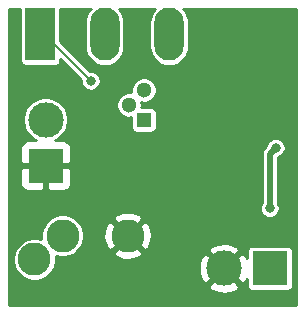
<source format=gbr>
G04 #@! TF.GenerationSoftware,KiCad,Pcbnew,(5.1.0)-1*
G04 #@! TF.CreationDate,2020-12-02T22:17:39+02:00*
G04 #@! TF.ProjectId,Single_transistor_AMP,53696e67-6c65-45f7-9472-616e73697374,V1.0*
G04 #@! TF.SameCoordinates,Original*
G04 #@! TF.FileFunction,Copper,L2,Bot*
G04 #@! TF.FilePolarity,Positive*
%FSLAX46Y46*%
G04 Gerber Fmt 4.6, Leading zero omitted, Abs format (unit mm)*
G04 Created by KiCad (PCBNEW (5.1.0)-1) date 2020-12-02 22:17:39*
%MOMM*%
%LPD*%
G04 APERTURE LIST*
%ADD10O,2.500000X4.500000*%
%ADD11R,2.500000X4.500000*%
%ADD12R,1.300000X1.300000*%
%ADD13C,1.300000*%
%ADD14C,3.000000*%
%ADD15R,3.000000X3.000000*%
%ADD16C,2.800000*%
%ADD17C,0.800000*%
%ADD18C,0.500000*%
%ADD19C,0.200000*%
%ADD20C,0.254000*%
G04 APERTURE END LIST*
D10*
X114024000Y-111633000D03*
X108574000Y-111633000D03*
D11*
X103124000Y-111633000D03*
D12*
X111887000Y-118872000D03*
D13*
X111887000Y-116332000D03*
X110617000Y-117602000D03*
D14*
X118675000Y-131445000D03*
D15*
X122555000Y-131445000D03*
D16*
X110516000Y-128683000D03*
X105016000Y-128683000D03*
X102616000Y-130683000D03*
D15*
X103568500Y-122745500D03*
D14*
X103568500Y-118865500D03*
D17*
X114782500Y-120015000D03*
X114782500Y-116205000D03*
X122555000Y-126365000D03*
X123063000Y-121221500D03*
X107404000Y-115570000D03*
D18*
X122555000Y-126365000D02*
X122555000Y-121729500D01*
X122555000Y-121729500D02*
X123063000Y-121221500D01*
D19*
X103467000Y-111633000D02*
X103124000Y-111633000D01*
X107404000Y-115570000D02*
X103467000Y-111633000D01*
D20*
G36*
X101444934Y-113883000D02*
G01*
X101453178Y-113966707D01*
X101477595Y-114047196D01*
X101517245Y-114121376D01*
X101570605Y-114186395D01*
X101635624Y-114239755D01*
X101709804Y-114279405D01*
X101790293Y-114303822D01*
X101874000Y-114312066D01*
X104374000Y-114312066D01*
X104457707Y-114303822D01*
X104538196Y-114279405D01*
X104612376Y-114239755D01*
X104677395Y-114186395D01*
X104730755Y-114121376D01*
X104770405Y-114047196D01*
X104794822Y-113966707D01*
X104803066Y-113883000D01*
X104803066Y-113714356D01*
X106577043Y-115488333D01*
X106577000Y-115488548D01*
X106577000Y-115651452D01*
X106608782Y-115811227D01*
X106671123Y-115961731D01*
X106761628Y-116097181D01*
X106876819Y-116212372D01*
X107012269Y-116302877D01*
X107162773Y-116365218D01*
X107322548Y-116397000D01*
X107485452Y-116397000D01*
X107645227Y-116365218D01*
X107795731Y-116302877D01*
X107931181Y-116212372D01*
X108046372Y-116097181D01*
X108136877Y-115961731D01*
X108199218Y-115811227D01*
X108231000Y-115651452D01*
X108231000Y-115488548D01*
X108199218Y-115328773D01*
X108136877Y-115178269D01*
X108046372Y-115042819D01*
X107931181Y-114927628D01*
X107795731Y-114837123D01*
X107645227Y-114774782D01*
X107485452Y-114743000D01*
X107322548Y-114743000D01*
X107322333Y-114743043D01*
X104803066Y-112223777D01*
X104803066Y-109452000D01*
X107373781Y-109452000D01*
X107172879Y-109696802D01*
X107017158Y-109988136D01*
X106921265Y-110304252D01*
X106897000Y-110550618D01*
X106897001Y-112715383D01*
X106921266Y-112961749D01*
X107017159Y-113277865D01*
X107172880Y-113569199D01*
X107382445Y-113824556D01*
X107637802Y-114034121D01*
X107929136Y-114189842D01*
X108245252Y-114285735D01*
X108574000Y-114318114D01*
X108902749Y-114285735D01*
X109218865Y-114189842D01*
X109510199Y-114034121D01*
X109765556Y-113824556D01*
X109975121Y-113569199D01*
X110130842Y-113277865D01*
X110226735Y-112961749D01*
X110251000Y-112715383D01*
X110251000Y-110550617D01*
X110226735Y-110304251D01*
X110130842Y-109988135D01*
X109975121Y-109696801D01*
X109774219Y-109452000D01*
X112823781Y-109452000D01*
X112622879Y-109696802D01*
X112467158Y-109988136D01*
X112371265Y-110304252D01*
X112347000Y-110550618D01*
X112347001Y-112715383D01*
X112371266Y-112961749D01*
X112467159Y-113277865D01*
X112622880Y-113569199D01*
X112832445Y-113824556D01*
X113087802Y-114034121D01*
X113379136Y-114189842D01*
X113695252Y-114285735D01*
X114024000Y-114318114D01*
X114352749Y-114285735D01*
X114668865Y-114189842D01*
X114960199Y-114034121D01*
X115215556Y-113824556D01*
X115425121Y-113569199D01*
X115580842Y-113277865D01*
X115676735Y-112961749D01*
X115701000Y-112715383D01*
X115701000Y-110550617D01*
X115676735Y-110304251D01*
X115580842Y-109988135D01*
X115425121Y-109696801D01*
X115224219Y-109452000D01*
X124748000Y-109452000D01*
X124748001Y-134548000D01*
X100452000Y-134548000D01*
X100452000Y-132936653D01*
X117362952Y-132936653D01*
X117518962Y-133252214D01*
X117893745Y-133443020D01*
X118298551Y-133557044D01*
X118717824Y-133589902D01*
X119135451Y-133540334D01*
X119535383Y-133410243D01*
X119831038Y-133252214D01*
X119987048Y-132936653D01*
X118675000Y-131624605D01*
X117362952Y-132936653D01*
X100452000Y-132936653D01*
X100452000Y-130503056D01*
X100789000Y-130503056D01*
X100789000Y-130862944D01*
X100859211Y-131215916D01*
X100996934Y-131548409D01*
X101196876Y-131847645D01*
X101451355Y-132102124D01*
X101750591Y-132302066D01*
X102083084Y-132439789D01*
X102436056Y-132510000D01*
X102795944Y-132510000D01*
X103148916Y-132439789D01*
X103481409Y-132302066D01*
X103780645Y-132102124D01*
X104035124Y-131847645D01*
X104235066Y-131548409D01*
X104260161Y-131487824D01*
X116530098Y-131487824D01*
X116579666Y-131905451D01*
X116709757Y-132305383D01*
X116867786Y-132601038D01*
X117183347Y-132757048D01*
X118495395Y-131445000D01*
X118854605Y-131445000D01*
X120166653Y-132757048D01*
X120482214Y-132601038D01*
X120625934Y-132318742D01*
X120625934Y-132945000D01*
X120634178Y-133028707D01*
X120658595Y-133109196D01*
X120698245Y-133183376D01*
X120751605Y-133248395D01*
X120816624Y-133301755D01*
X120890804Y-133341405D01*
X120971293Y-133365822D01*
X121055000Y-133374066D01*
X124055000Y-133374066D01*
X124138707Y-133365822D01*
X124219196Y-133341405D01*
X124293376Y-133301755D01*
X124358395Y-133248395D01*
X124411755Y-133183376D01*
X124451405Y-133109196D01*
X124475822Y-133028707D01*
X124484066Y-132945000D01*
X124484066Y-129945000D01*
X124475822Y-129861293D01*
X124451405Y-129780804D01*
X124411755Y-129706624D01*
X124358395Y-129641605D01*
X124293376Y-129588245D01*
X124219196Y-129548595D01*
X124138707Y-129524178D01*
X124055000Y-129515934D01*
X121055000Y-129515934D01*
X120971293Y-129524178D01*
X120890804Y-129548595D01*
X120816624Y-129588245D01*
X120751605Y-129641605D01*
X120698245Y-129706624D01*
X120658595Y-129780804D01*
X120634178Y-129861293D01*
X120625934Y-129945000D01*
X120625934Y-130557846D01*
X120482214Y-130288962D01*
X120166653Y-130132952D01*
X118854605Y-131445000D01*
X118495395Y-131445000D01*
X117183347Y-130132952D01*
X116867786Y-130288962D01*
X116676980Y-130663745D01*
X116562956Y-131068551D01*
X116530098Y-131487824D01*
X104260161Y-131487824D01*
X104372789Y-131215916D01*
X104443000Y-130862944D01*
X104443000Y-130503056D01*
X104425686Y-130416014D01*
X104483084Y-130439789D01*
X104836056Y-130510000D01*
X105195944Y-130510000D01*
X105548916Y-130439789D01*
X105881409Y-130302066D01*
X106178664Y-130103447D01*
X109275158Y-130103447D01*
X109419135Y-130408770D01*
X109776892Y-130589597D01*
X110163053Y-130697155D01*
X110562777Y-130727310D01*
X110960704Y-130678904D01*
X111341540Y-130553795D01*
X111612865Y-130408770D01*
X111756842Y-130103447D01*
X111606742Y-129953347D01*
X117362952Y-129953347D01*
X118675000Y-131265395D01*
X119987048Y-129953347D01*
X119831038Y-129637786D01*
X119456255Y-129446980D01*
X119051449Y-129332956D01*
X118632176Y-129300098D01*
X118214549Y-129349666D01*
X117814617Y-129479757D01*
X117518962Y-129637786D01*
X117362952Y-129953347D01*
X111606742Y-129953347D01*
X110516000Y-128862605D01*
X109275158Y-130103447D01*
X106178664Y-130103447D01*
X106180645Y-130102124D01*
X106435124Y-129847645D01*
X106635066Y-129548409D01*
X106772789Y-129215916D01*
X106843000Y-128862944D01*
X106843000Y-128729777D01*
X108471690Y-128729777D01*
X108520096Y-129127704D01*
X108645205Y-129508540D01*
X108790230Y-129779865D01*
X109095553Y-129923842D01*
X110336395Y-128683000D01*
X110695605Y-128683000D01*
X111936447Y-129923842D01*
X112241770Y-129779865D01*
X112422597Y-129422108D01*
X112530155Y-129035947D01*
X112560310Y-128636223D01*
X112511904Y-128238296D01*
X112386795Y-127857460D01*
X112241770Y-127586135D01*
X111936447Y-127442158D01*
X110695605Y-128683000D01*
X110336395Y-128683000D01*
X109095553Y-127442158D01*
X108790230Y-127586135D01*
X108609403Y-127943892D01*
X108501845Y-128330053D01*
X108471690Y-128729777D01*
X106843000Y-128729777D01*
X106843000Y-128503056D01*
X106772789Y-128150084D01*
X106635066Y-127817591D01*
X106435124Y-127518355D01*
X106180645Y-127263876D01*
X106178665Y-127262553D01*
X109275158Y-127262553D01*
X110516000Y-128503395D01*
X111756842Y-127262553D01*
X111612865Y-126957230D01*
X111255108Y-126776403D01*
X110868947Y-126668845D01*
X110469223Y-126638690D01*
X110071296Y-126687096D01*
X109690460Y-126812205D01*
X109419135Y-126957230D01*
X109275158Y-127262553D01*
X106178665Y-127262553D01*
X105881409Y-127063934D01*
X105548916Y-126926211D01*
X105195944Y-126856000D01*
X104836056Y-126856000D01*
X104483084Y-126926211D01*
X104150591Y-127063934D01*
X103851355Y-127263876D01*
X103596876Y-127518355D01*
X103396934Y-127817591D01*
X103259211Y-128150084D01*
X103189000Y-128503056D01*
X103189000Y-128862944D01*
X103206314Y-128949986D01*
X103148916Y-128926211D01*
X102795944Y-128856000D01*
X102436056Y-128856000D01*
X102083084Y-128926211D01*
X101750591Y-129063934D01*
X101451355Y-129263876D01*
X101196876Y-129518355D01*
X100996934Y-129817591D01*
X100859211Y-130150084D01*
X100789000Y-130503056D01*
X100452000Y-130503056D01*
X100452000Y-126283548D01*
X121728000Y-126283548D01*
X121728000Y-126446452D01*
X121759782Y-126606227D01*
X121822123Y-126756731D01*
X121912628Y-126892181D01*
X122027819Y-127007372D01*
X122163269Y-127097877D01*
X122313773Y-127160218D01*
X122473548Y-127192000D01*
X122636452Y-127192000D01*
X122796227Y-127160218D01*
X122946731Y-127097877D01*
X123082181Y-127007372D01*
X123197372Y-126892181D01*
X123287877Y-126756731D01*
X123350218Y-126606227D01*
X123382000Y-126446452D01*
X123382000Y-126283548D01*
X123350218Y-126123773D01*
X123287877Y-125973269D01*
X123232000Y-125889643D01*
X123232000Y-122031085D01*
X123304227Y-122016718D01*
X123454731Y-121954377D01*
X123590181Y-121863872D01*
X123705372Y-121748681D01*
X123795877Y-121613231D01*
X123858218Y-121462727D01*
X123890000Y-121302952D01*
X123890000Y-121140048D01*
X123858218Y-120980273D01*
X123795877Y-120829769D01*
X123705372Y-120694319D01*
X123590181Y-120579128D01*
X123454731Y-120488623D01*
X123304227Y-120426282D01*
X123144452Y-120394500D01*
X122981548Y-120394500D01*
X122821773Y-120426282D01*
X122671269Y-120488623D01*
X122535819Y-120579128D01*
X122420628Y-120694319D01*
X122330123Y-120829769D01*
X122267782Y-120980273D01*
X122248160Y-121078918D01*
X122099800Y-121227278D01*
X122073974Y-121248473D01*
X122052779Y-121274299D01*
X122052776Y-121274302D01*
X121989372Y-121351560D01*
X121926508Y-121469171D01*
X121887796Y-121596786D01*
X121874726Y-121729500D01*
X121878001Y-121762755D01*
X121878000Y-125889643D01*
X121822123Y-125973269D01*
X121759782Y-126123773D01*
X121728000Y-126283548D01*
X100452000Y-126283548D01*
X100452000Y-124245500D01*
X101430428Y-124245500D01*
X101442688Y-124369982D01*
X101478998Y-124489680D01*
X101537963Y-124599994D01*
X101617315Y-124696685D01*
X101714006Y-124776037D01*
X101824320Y-124835002D01*
X101944018Y-124871312D01*
X102068500Y-124883572D01*
X103282750Y-124880500D01*
X103441500Y-124721750D01*
X103441500Y-122872500D01*
X103695500Y-122872500D01*
X103695500Y-124721750D01*
X103854250Y-124880500D01*
X105068500Y-124883572D01*
X105192982Y-124871312D01*
X105312680Y-124835002D01*
X105422994Y-124776037D01*
X105519685Y-124696685D01*
X105599037Y-124599994D01*
X105658002Y-124489680D01*
X105694312Y-124369982D01*
X105706572Y-124245500D01*
X105703500Y-123031250D01*
X105544750Y-122872500D01*
X103695500Y-122872500D01*
X103441500Y-122872500D01*
X101592250Y-122872500D01*
X101433500Y-123031250D01*
X101430428Y-124245500D01*
X100452000Y-124245500D01*
X100452000Y-121245500D01*
X101430428Y-121245500D01*
X101433500Y-122459750D01*
X101592250Y-122618500D01*
X103441500Y-122618500D01*
X103441500Y-122598500D01*
X103695500Y-122598500D01*
X103695500Y-122618500D01*
X105544750Y-122618500D01*
X105703500Y-122459750D01*
X105706572Y-121245500D01*
X105694312Y-121121018D01*
X105658002Y-121001320D01*
X105599037Y-120891006D01*
X105519685Y-120794315D01*
X105422994Y-120714963D01*
X105312680Y-120655998D01*
X105192982Y-120619688D01*
X105068500Y-120607428D01*
X104394491Y-120609133D01*
X104481277Y-120573185D01*
X104796891Y-120362299D01*
X105065299Y-120093891D01*
X105276185Y-119778277D01*
X105421447Y-119427585D01*
X105495500Y-119055293D01*
X105495500Y-118675707D01*
X105421447Y-118303415D01*
X105276185Y-117952723D01*
X105065299Y-117637109D01*
X104924115Y-117495925D01*
X109540000Y-117495925D01*
X109540000Y-117708075D01*
X109581389Y-117916149D01*
X109662575Y-118112151D01*
X109780440Y-118288547D01*
X109930453Y-118438560D01*
X110106849Y-118556425D01*
X110302851Y-118637611D01*
X110510925Y-118679000D01*
X110723075Y-118679000D01*
X110807934Y-118662120D01*
X110807934Y-119522000D01*
X110816178Y-119605707D01*
X110840595Y-119686196D01*
X110880245Y-119760376D01*
X110933605Y-119825395D01*
X110998624Y-119878755D01*
X111072804Y-119918405D01*
X111153293Y-119942822D01*
X111237000Y-119951066D01*
X112537000Y-119951066D01*
X112620707Y-119942822D01*
X112701196Y-119918405D01*
X112775376Y-119878755D01*
X112840395Y-119825395D01*
X112893755Y-119760376D01*
X112933405Y-119686196D01*
X112957822Y-119605707D01*
X112966066Y-119522000D01*
X112966066Y-118222000D01*
X112957822Y-118138293D01*
X112933405Y-118057804D01*
X112893755Y-117983624D01*
X112840395Y-117918605D01*
X112775376Y-117865245D01*
X112701196Y-117825595D01*
X112620707Y-117801178D01*
X112537000Y-117792934D01*
X111677120Y-117792934D01*
X111694000Y-117708075D01*
X111694000Y-117495925D01*
X111672416Y-117387416D01*
X111780925Y-117409000D01*
X111993075Y-117409000D01*
X112201149Y-117367611D01*
X112397151Y-117286425D01*
X112573547Y-117168560D01*
X112723560Y-117018547D01*
X112841425Y-116842151D01*
X112922611Y-116646149D01*
X112964000Y-116438075D01*
X112964000Y-116225925D01*
X112922611Y-116017851D01*
X112841425Y-115821849D01*
X112723560Y-115645453D01*
X112573547Y-115495440D01*
X112397151Y-115377575D01*
X112201149Y-115296389D01*
X111993075Y-115255000D01*
X111780925Y-115255000D01*
X111572851Y-115296389D01*
X111376849Y-115377575D01*
X111200453Y-115495440D01*
X111050440Y-115645453D01*
X110932575Y-115821849D01*
X110851389Y-116017851D01*
X110810000Y-116225925D01*
X110810000Y-116438075D01*
X110831584Y-116546584D01*
X110723075Y-116525000D01*
X110510925Y-116525000D01*
X110302851Y-116566389D01*
X110106849Y-116647575D01*
X109930453Y-116765440D01*
X109780440Y-116915453D01*
X109662575Y-117091849D01*
X109581389Y-117287851D01*
X109540000Y-117495925D01*
X104924115Y-117495925D01*
X104796891Y-117368701D01*
X104481277Y-117157815D01*
X104130585Y-117012553D01*
X103758293Y-116938500D01*
X103378707Y-116938500D01*
X103006415Y-117012553D01*
X102655723Y-117157815D01*
X102340109Y-117368701D01*
X102071701Y-117637109D01*
X101860815Y-117952723D01*
X101715553Y-118303415D01*
X101641500Y-118675707D01*
X101641500Y-119055293D01*
X101715553Y-119427585D01*
X101860815Y-119778277D01*
X102071701Y-120093891D01*
X102340109Y-120362299D01*
X102655723Y-120573185D01*
X102742509Y-120609133D01*
X102068500Y-120607428D01*
X101944018Y-120619688D01*
X101824320Y-120655998D01*
X101714006Y-120714963D01*
X101617315Y-120794315D01*
X101537963Y-120891006D01*
X101478998Y-121001320D01*
X101442688Y-121121018D01*
X101430428Y-121245500D01*
X100452000Y-121245500D01*
X100452000Y-109452000D01*
X101444934Y-109452000D01*
X101444934Y-113883000D01*
X101444934Y-113883000D01*
G37*
X101444934Y-113883000D02*
X101453178Y-113966707D01*
X101477595Y-114047196D01*
X101517245Y-114121376D01*
X101570605Y-114186395D01*
X101635624Y-114239755D01*
X101709804Y-114279405D01*
X101790293Y-114303822D01*
X101874000Y-114312066D01*
X104374000Y-114312066D01*
X104457707Y-114303822D01*
X104538196Y-114279405D01*
X104612376Y-114239755D01*
X104677395Y-114186395D01*
X104730755Y-114121376D01*
X104770405Y-114047196D01*
X104794822Y-113966707D01*
X104803066Y-113883000D01*
X104803066Y-113714356D01*
X106577043Y-115488333D01*
X106577000Y-115488548D01*
X106577000Y-115651452D01*
X106608782Y-115811227D01*
X106671123Y-115961731D01*
X106761628Y-116097181D01*
X106876819Y-116212372D01*
X107012269Y-116302877D01*
X107162773Y-116365218D01*
X107322548Y-116397000D01*
X107485452Y-116397000D01*
X107645227Y-116365218D01*
X107795731Y-116302877D01*
X107931181Y-116212372D01*
X108046372Y-116097181D01*
X108136877Y-115961731D01*
X108199218Y-115811227D01*
X108231000Y-115651452D01*
X108231000Y-115488548D01*
X108199218Y-115328773D01*
X108136877Y-115178269D01*
X108046372Y-115042819D01*
X107931181Y-114927628D01*
X107795731Y-114837123D01*
X107645227Y-114774782D01*
X107485452Y-114743000D01*
X107322548Y-114743000D01*
X107322333Y-114743043D01*
X104803066Y-112223777D01*
X104803066Y-109452000D01*
X107373781Y-109452000D01*
X107172879Y-109696802D01*
X107017158Y-109988136D01*
X106921265Y-110304252D01*
X106897000Y-110550618D01*
X106897001Y-112715383D01*
X106921266Y-112961749D01*
X107017159Y-113277865D01*
X107172880Y-113569199D01*
X107382445Y-113824556D01*
X107637802Y-114034121D01*
X107929136Y-114189842D01*
X108245252Y-114285735D01*
X108574000Y-114318114D01*
X108902749Y-114285735D01*
X109218865Y-114189842D01*
X109510199Y-114034121D01*
X109765556Y-113824556D01*
X109975121Y-113569199D01*
X110130842Y-113277865D01*
X110226735Y-112961749D01*
X110251000Y-112715383D01*
X110251000Y-110550617D01*
X110226735Y-110304251D01*
X110130842Y-109988135D01*
X109975121Y-109696801D01*
X109774219Y-109452000D01*
X112823781Y-109452000D01*
X112622879Y-109696802D01*
X112467158Y-109988136D01*
X112371265Y-110304252D01*
X112347000Y-110550618D01*
X112347001Y-112715383D01*
X112371266Y-112961749D01*
X112467159Y-113277865D01*
X112622880Y-113569199D01*
X112832445Y-113824556D01*
X113087802Y-114034121D01*
X113379136Y-114189842D01*
X113695252Y-114285735D01*
X114024000Y-114318114D01*
X114352749Y-114285735D01*
X114668865Y-114189842D01*
X114960199Y-114034121D01*
X115215556Y-113824556D01*
X115425121Y-113569199D01*
X115580842Y-113277865D01*
X115676735Y-112961749D01*
X115701000Y-112715383D01*
X115701000Y-110550617D01*
X115676735Y-110304251D01*
X115580842Y-109988135D01*
X115425121Y-109696801D01*
X115224219Y-109452000D01*
X124748000Y-109452000D01*
X124748001Y-134548000D01*
X100452000Y-134548000D01*
X100452000Y-132936653D01*
X117362952Y-132936653D01*
X117518962Y-133252214D01*
X117893745Y-133443020D01*
X118298551Y-133557044D01*
X118717824Y-133589902D01*
X119135451Y-133540334D01*
X119535383Y-133410243D01*
X119831038Y-133252214D01*
X119987048Y-132936653D01*
X118675000Y-131624605D01*
X117362952Y-132936653D01*
X100452000Y-132936653D01*
X100452000Y-130503056D01*
X100789000Y-130503056D01*
X100789000Y-130862944D01*
X100859211Y-131215916D01*
X100996934Y-131548409D01*
X101196876Y-131847645D01*
X101451355Y-132102124D01*
X101750591Y-132302066D01*
X102083084Y-132439789D01*
X102436056Y-132510000D01*
X102795944Y-132510000D01*
X103148916Y-132439789D01*
X103481409Y-132302066D01*
X103780645Y-132102124D01*
X104035124Y-131847645D01*
X104235066Y-131548409D01*
X104260161Y-131487824D01*
X116530098Y-131487824D01*
X116579666Y-131905451D01*
X116709757Y-132305383D01*
X116867786Y-132601038D01*
X117183347Y-132757048D01*
X118495395Y-131445000D01*
X118854605Y-131445000D01*
X120166653Y-132757048D01*
X120482214Y-132601038D01*
X120625934Y-132318742D01*
X120625934Y-132945000D01*
X120634178Y-133028707D01*
X120658595Y-133109196D01*
X120698245Y-133183376D01*
X120751605Y-133248395D01*
X120816624Y-133301755D01*
X120890804Y-133341405D01*
X120971293Y-133365822D01*
X121055000Y-133374066D01*
X124055000Y-133374066D01*
X124138707Y-133365822D01*
X124219196Y-133341405D01*
X124293376Y-133301755D01*
X124358395Y-133248395D01*
X124411755Y-133183376D01*
X124451405Y-133109196D01*
X124475822Y-133028707D01*
X124484066Y-132945000D01*
X124484066Y-129945000D01*
X124475822Y-129861293D01*
X124451405Y-129780804D01*
X124411755Y-129706624D01*
X124358395Y-129641605D01*
X124293376Y-129588245D01*
X124219196Y-129548595D01*
X124138707Y-129524178D01*
X124055000Y-129515934D01*
X121055000Y-129515934D01*
X120971293Y-129524178D01*
X120890804Y-129548595D01*
X120816624Y-129588245D01*
X120751605Y-129641605D01*
X120698245Y-129706624D01*
X120658595Y-129780804D01*
X120634178Y-129861293D01*
X120625934Y-129945000D01*
X120625934Y-130557846D01*
X120482214Y-130288962D01*
X120166653Y-130132952D01*
X118854605Y-131445000D01*
X118495395Y-131445000D01*
X117183347Y-130132952D01*
X116867786Y-130288962D01*
X116676980Y-130663745D01*
X116562956Y-131068551D01*
X116530098Y-131487824D01*
X104260161Y-131487824D01*
X104372789Y-131215916D01*
X104443000Y-130862944D01*
X104443000Y-130503056D01*
X104425686Y-130416014D01*
X104483084Y-130439789D01*
X104836056Y-130510000D01*
X105195944Y-130510000D01*
X105548916Y-130439789D01*
X105881409Y-130302066D01*
X106178664Y-130103447D01*
X109275158Y-130103447D01*
X109419135Y-130408770D01*
X109776892Y-130589597D01*
X110163053Y-130697155D01*
X110562777Y-130727310D01*
X110960704Y-130678904D01*
X111341540Y-130553795D01*
X111612865Y-130408770D01*
X111756842Y-130103447D01*
X111606742Y-129953347D01*
X117362952Y-129953347D01*
X118675000Y-131265395D01*
X119987048Y-129953347D01*
X119831038Y-129637786D01*
X119456255Y-129446980D01*
X119051449Y-129332956D01*
X118632176Y-129300098D01*
X118214549Y-129349666D01*
X117814617Y-129479757D01*
X117518962Y-129637786D01*
X117362952Y-129953347D01*
X111606742Y-129953347D01*
X110516000Y-128862605D01*
X109275158Y-130103447D01*
X106178664Y-130103447D01*
X106180645Y-130102124D01*
X106435124Y-129847645D01*
X106635066Y-129548409D01*
X106772789Y-129215916D01*
X106843000Y-128862944D01*
X106843000Y-128729777D01*
X108471690Y-128729777D01*
X108520096Y-129127704D01*
X108645205Y-129508540D01*
X108790230Y-129779865D01*
X109095553Y-129923842D01*
X110336395Y-128683000D01*
X110695605Y-128683000D01*
X111936447Y-129923842D01*
X112241770Y-129779865D01*
X112422597Y-129422108D01*
X112530155Y-129035947D01*
X112560310Y-128636223D01*
X112511904Y-128238296D01*
X112386795Y-127857460D01*
X112241770Y-127586135D01*
X111936447Y-127442158D01*
X110695605Y-128683000D01*
X110336395Y-128683000D01*
X109095553Y-127442158D01*
X108790230Y-127586135D01*
X108609403Y-127943892D01*
X108501845Y-128330053D01*
X108471690Y-128729777D01*
X106843000Y-128729777D01*
X106843000Y-128503056D01*
X106772789Y-128150084D01*
X106635066Y-127817591D01*
X106435124Y-127518355D01*
X106180645Y-127263876D01*
X106178665Y-127262553D01*
X109275158Y-127262553D01*
X110516000Y-128503395D01*
X111756842Y-127262553D01*
X111612865Y-126957230D01*
X111255108Y-126776403D01*
X110868947Y-126668845D01*
X110469223Y-126638690D01*
X110071296Y-126687096D01*
X109690460Y-126812205D01*
X109419135Y-126957230D01*
X109275158Y-127262553D01*
X106178665Y-127262553D01*
X105881409Y-127063934D01*
X105548916Y-126926211D01*
X105195944Y-126856000D01*
X104836056Y-126856000D01*
X104483084Y-126926211D01*
X104150591Y-127063934D01*
X103851355Y-127263876D01*
X103596876Y-127518355D01*
X103396934Y-127817591D01*
X103259211Y-128150084D01*
X103189000Y-128503056D01*
X103189000Y-128862944D01*
X103206314Y-128949986D01*
X103148916Y-128926211D01*
X102795944Y-128856000D01*
X102436056Y-128856000D01*
X102083084Y-128926211D01*
X101750591Y-129063934D01*
X101451355Y-129263876D01*
X101196876Y-129518355D01*
X100996934Y-129817591D01*
X100859211Y-130150084D01*
X100789000Y-130503056D01*
X100452000Y-130503056D01*
X100452000Y-126283548D01*
X121728000Y-126283548D01*
X121728000Y-126446452D01*
X121759782Y-126606227D01*
X121822123Y-126756731D01*
X121912628Y-126892181D01*
X122027819Y-127007372D01*
X122163269Y-127097877D01*
X122313773Y-127160218D01*
X122473548Y-127192000D01*
X122636452Y-127192000D01*
X122796227Y-127160218D01*
X122946731Y-127097877D01*
X123082181Y-127007372D01*
X123197372Y-126892181D01*
X123287877Y-126756731D01*
X123350218Y-126606227D01*
X123382000Y-126446452D01*
X123382000Y-126283548D01*
X123350218Y-126123773D01*
X123287877Y-125973269D01*
X123232000Y-125889643D01*
X123232000Y-122031085D01*
X123304227Y-122016718D01*
X123454731Y-121954377D01*
X123590181Y-121863872D01*
X123705372Y-121748681D01*
X123795877Y-121613231D01*
X123858218Y-121462727D01*
X123890000Y-121302952D01*
X123890000Y-121140048D01*
X123858218Y-120980273D01*
X123795877Y-120829769D01*
X123705372Y-120694319D01*
X123590181Y-120579128D01*
X123454731Y-120488623D01*
X123304227Y-120426282D01*
X123144452Y-120394500D01*
X122981548Y-120394500D01*
X122821773Y-120426282D01*
X122671269Y-120488623D01*
X122535819Y-120579128D01*
X122420628Y-120694319D01*
X122330123Y-120829769D01*
X122267782Y-120980273D01*
X122248160Y-121078918D01*
X122099800Y-121227278D01*
X122073974Y-121248473D01*
X122052779Y-121274299D01*
X122052776Y-121274302D01*
X121989372Y-121351560D01*
X121926508Y-121469171D01*
X121887796Y-121596786D01*
X121874726Y-121729500D01*
X121878001Y-121762755D01*
X121878000Y-125889643D01*
X121822123Y-125973269D01*
X121759782Y-126123773D01*
X121728000Y-126283548D01*
X100452000Y-126283548D01*
X100452000Y-124245500D01*
X101430428Y-124245500D01*
X101442688Y-124369982D01*
X101478998Y-124489680D01*
X101537963Y-124599994D01*
X101617315Y-124696685D01*
X101714006Y-124776037D01*
X101824320Y-124835002D01*
X101944018Y-124871312D01*
X102068500Y-124883572D01*
X103282750Y-124880500D01*
X103441500Y-124721750D01*
X103441500Y-122872500D01*
X103695500Y-122872500D01*
X103695500Y-124721750D01*
X103854250Y-124880500D01*
X105068500Y-124883572D01*
X105192982Y-124871312D01*
X105312680Y-124835002D01*
X105422994Y-124776037D01*
X105519685Y-124696685D01*
X105599037Y-124599994D01*
X105658002Y-124489680D01*
X105694312Y-124369982D01*
X105706572Y-124245500D01*
X105703500Y-123031250D01*
X105544750Y-122872500D01*
X103695500Y-122872500D01*
X103441500Y-122872500D01*
X101592250Y-122872500D01*
X101433500Y-123031250D01*
X101430428Y-124245500D01*
X100452000Y-124245500D01*
X100452000Y-121245500D01*
X101430428Y-121245500D01*
X101433500Y-122459750D01*
X101592250Y-122618500D01*
X103441500Y-122618500D01*
X103441500Y-122598500D01*
X103695500Y-122598500D01*
X103695500Y-122618500D01*
X105544750Y-122618500D01*
X105703500Y-122459750D01*
X105706572Y-121245500D01*
X105694312Y-121121018D01*
X105658002Y-121001320D01*
X105599037Y-120891006D01*
X105519685Y-120794315D01*
X105422994Y-120714963D01*
X105312680Y-120655998D01*
X105192982Y-120619688D01*
X105068500Y-120607428D01*
X104394491Y-120609133D01*
X104481277Y-120573185D01*
X104796891Y-120362299D01*
X105065299Y-120093891D01*
X105276185Y-119778277D01*
X105421447Y-119427585D01*
X105495500Y-119055293D01*
X105495500Y-118675707D01*
X105421447Y-118303415D01*
X105276185Y-117952723D01*
X105065299Y-117637109D01*
X104924115Y-117495925D01*
X109540000Y-117495925D01*
X109540000Y-117708075D01*
X109581389Y-117916149D01*
X109662575Y-118112151D01*
X109780440Y-118288547D01*
X109930453Y-118438560D01*
X110106849Y-118556425D01*
X110302851Y-118637611D01*
X110510925Y-118679000D01*
X110723075Y-118679000D01*
X110807934Y-118662120D01*
X110807934Y-119522000D01*
X110816178Y-119605707D01*
X110840595Y-119686196D01*
X110880245Y-119760376D01*
X110933605Y-119825395D01*
X110998624Y-119878755D01*
X111072804Y-119918405D01*
X111153293Y-119942822D01*
X111237000Y-119951066D01*
X112537000Y-119951066D01*
X112620707Y-119942822D01*
X112701196Y-119918405D01*
X112775376Y-119878755D01*
X112840395Y-119825395D01*
X112893755Y-119760376D01*
X112933405Y-119686196D01*
X112957822Y-119605707D01*
X112966066Y-119522000D01*
X112966066Y-118222000D01*
X112957822Y-118138293D01*
X112933405Y-118057804D01*
X112893755Y-117983624D01*
X112840395Y-117918605D01*
X112775376Y-117865245D01*
X112701196Y-117825595D01*
X112620707Y-117801178D01*
X112537000Y-117792934D01*
X111677120Y-117792934D01*
X111694000Y-117708075D01*
X111694000Y-117495925D01*
X111672416Y-117387416D01*
X111780925Y-117409000D01*
X111993075Y-117409000D01*
X112201149Y-117367611D01*
X112397151Y-117286425D01*
X112573547Y-117168560D01*
X112723560Y-117018547D01*
X112841425Y-116842151D01*
X112922611Y-116646149D01*
X112964000Y-116438075D01*
X112964000Y-116225925D01*
X112922611Y-116017851D01*
X112841425Y-115821849D01*
X112723560Y-115645453D01*
X112573547Y-115495440D01*
X112397151Y-115377575D01*
X112201149Y-115296389D01*
X111993075Y-115255000D01*
X111780925Y-115255000D01*
X111572851Y-115296389D01*
X111376849Y-115377575D01*
X111200453Y-115495440D01*
X111050440Y-115645453D01*
X110932575Y-115821849D01*
X110851389Y-116017851D01*
X110810000Y-116225925D01*
X110810000Y-116438075D01*
X110831584Y-116546584D01*
X110723075Y-116525000D01*
X110510925Y-116525000D01*
X110302851Y-116566389D01*
X110106849Y-116647575D01*
X109930453Y-116765440D01*
X109780440Y-116915453D01*
X109662575Y-117091849D01*
X109581389Y-117287851D01*
X109540000Y-117495925D01*
X104924115Y-117495925D01*
X104796891Y-117368701D01*
X104481277Y-117157815D01*
X104130585Y-117012553D01*
X103758293Y-116938500D01*
X103378707Y-116938500D01*
X103006415Y-117012553D01*
X102655723Y-117157815D01*
X102340109Y-117368701D01*
X102071701Y-117637109D01*
X101860815Y-117952723D01*
X101715553Y-118303415D01*
X101641500Y-118675707D01*
X101641500Y-119055293D01*
X101715553Y-119427585D01*
X101860815Y-119778277D01*
X102071701Y-120093891D01*
X102340109Y-120362299D01*
X102655723Y-120573185D01*
X102742509Y-120609133D01*
X102068500Y-120607428D01*
X101944018Y-120619688D01*
X101824320Y-120655998D01*
X101714006Y-120714963D01*
X101617315Y-120794315D01*
X101537963Y-120891006D01*
X101478998Y-121001320D01*
X101442688Y-121121018D01*
X101430428Y-121245500D01*
X100452000Y-121245500D01*
X100452000Y-109452000D01*
X101444934Y-109452000D01*
X101444934Y-113883000D01*
M02*

</source>
